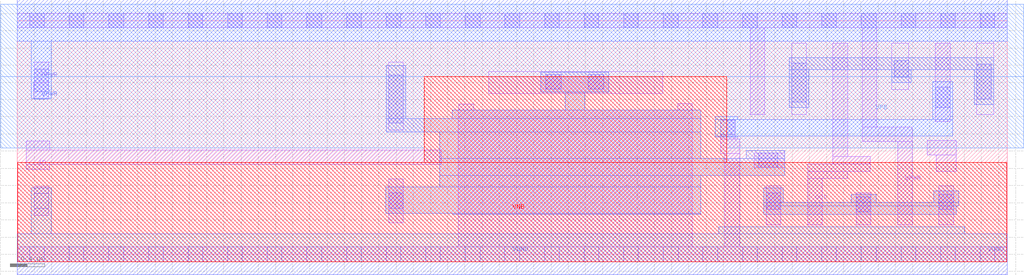
<source format=lef>
VERSION 5.7 ;
  NOWIREEXTENSIONATPIN ON ;
  DIVIDERCHAR "/" ;
  BUSBITCHARS "[]" ;
MACRO sky130_mm_sc_hd_dlyPoly6ns
  CLASS CORE ;
  FOREIGN sky130_mm_sc_hd_dlyPoly6ns ;
  ORIGIN 0.000 0.000 ;
  SIZE 11.500 BY 2.720 ;
  SITE unithd ;
  PIN VPWR
    DIRECTION INOUT ;
    USE POWER ;
    SHAPE ABUTMENT ;
    PORT
      LAYER li1 ;
        RECT 0.000 2.635 11.500 2.805 ;
        RECT 0.195 2.000 0.365 2.235 ;
        RECT 0.190 1.805 0.365 2.000 ;
        RECT 8.515 1.625 8.685 2.635 ;
        RECT 9.815 1.480 9.985 2.635 ;
        RECT 9.815 1.310 10.395 1.480 ;
        RECT 10.225 0.345 10.395 1.310 ;
      LAYER mcon ;
        RECT 0.145 2.635 0.315 2.805 ;
        RECT 0.605 2.635 0.775 2.805 ;
        RECT 1.065 2.635 1.235 2.805 ;
        RECT 1.525 2.635 1.695 2.805 ;
        RECT 1.985 2.635 2.155 2.805 ;
        RECT 2.445 2.635 2.615 2.805 ;
        RECT 2.905 2.635 3.075 2.805 ;
        RECT 3.365 2.635 3.535 2.805 ;
        RECT 3.825 2.635 3.995 2.805 ;
        RECT 4.285 2.635 4.455 2.805 ;
        RECT 4.745 2.635 4.915 2.805 ;
        RECT 5.205 2.635 5.375 2.805 ;
        RECT 5.665 2.635 5.835 2.805 ;
        RECT 6.125 2.635 6.295 2.805 ;
        RECT 6.585 2.635 6.755 2.805 ;
        RECT 7.045 2.635 7.215 2.805 ;
        RECT 7.505 2.635 7.675 2.805 ;
        RECT 7.965 2.635 8.135 2.805 ;
        RECT 8.425 2.635 8.595 2.805 ;
        RECT 8.885 2.635 9.055 2.805 ;
        RECT 9.345 2.635 9.515 2.805 ;
        RECT 9.805 2.635 9.975 2.805 ;
        RECT 10.265 2.635 10.435 2.805 ;
        RECT 10.725 2.635 10.895 2.805 ;
        RECT 11.185 2.635 11.355 2.805 ;
        RECT 0.195 1.895 0.365 2.155 ;
      LAYER met1 ;
        RECT 0.000 2.480 11.500 2.960 ;
        RECT 0.165 1.810 0.395 2.480 ;
        RECT 0.190 1.805 0.365 1.810 ;
    END
  END VPWR
  PIN in
    DIRECTION INPUT ;
    USE SIGNAL ;
    ANTENNAGATEAREA 4.672600 ;
    PORT
      LAYER li1 ;
        RECT 0.105 1.215 0.375 1.320 ;
        RECT 0.105 1.045 4.925 1.215 ;
        RECT 0.105 0.990 0.375 1.045 ;
    END
  END in
  PIN out
    DIRECTION OUTPUT ;
    USE SIGNAL ;
    ANTENNAGATEAREA 0.366000 ;
    ANTENNADIFFAREA 0.361800 ;
    PORT
      LAYER li1 ;
        RECT 9.475 1.140 9.645 2.455 ;
        RECT 10.570 1.155 10.905 1.325 ;
        RECT 9.475 1.050 9.910 1.140 ;
        RECT 9.180 0.965 9.910 1.050 ;
        RECT 10.675 0.965 10.905 1.155 ;
        RECT 9.180 0.880 9.645 0.965 ;
        RECT 9.180 0.345 9.350 0.880 ;
    END
  END out
  PIN VGND
    DIRECTION INOUT ;
    USE GROUND ;
    SHAPE ABUTMENT ;
    PORT
      LAYER li1 ;
        RECT 5.130 1.680 5.300 1.750 ;
        RECT 7.670 1.680 7.840 1.755 ;
        RECT 0.195 0.455 0.365 0.790 ;
        RECT 4.745 0.085 4.915 0.090 ;
        RECT 5.120 0.085 7.840 1.680 ;
        RECT 8.170 1.340 8.340 1.565 ;
        RECT 10.665 1.545 10.835 2.455 ;
        RECT 8.170 1.175 8.390 1.340 ;
        RECT 8.220 0.085 8.390 1.175 ;
        RECT 0.000 -0.085 11.500 0.085 ;
      LAYER mcon ;
        RECT 0.195 0.535 0.365 0.710 ;
        RECT 0.145 -0.085 0.315 0.085 ;
        RECT 0.605 -0.085 0.775 0.085 ;
        RECT 1.065 -0.085 1.235 0.085 ;
        RECT 1.525 -0.085 1.695 0.085 ;
        RECT 1.985 -0.085 2.155 0.085 ;
        RECT 2.445 -0.085 2.615 0.085 ;
        RECT 2.905 -0.085 3.075 0.085 ;
        RECT 3.365 -0.085 3.535 0.085 ;
        RECT 3.825 -0.085 3.995 0.085 ;
        RECT 4.285 -0.085 4.455 0.085 ;
        RECT 4.745 -0.085 4.915 0.090 ;
        RECT 10.665 1.705 10.835 1.945 ;
        RECT 8.170 1.395 8.340 1.565 ;
        RECT 5.205 -0.085 5.375 0.085 ;
        RECT 5.665 -0.085 5.835 0.085 ;
        RECT 6.125 -0.085 6.295 0.085 ;
        RECT 6.585 -0.085 6.755 0.085 ;
        RECT 7.045 -0.085 7.215 0.085 ;
        RECT 7.505 -0.085 7.675 0.085 ;
        RECT 7.965 -0.085 8.135 0.085 ;
        RECT 8.425 -0.085 8.595 0.085 ;
        RECT 8.885 -0.085 9.055 0.085 ;
        RECT 9.345 -0.085 9.515 0.085 ;
        RECT 9.805 -0.085 9.975 0.085 ;
        RECT 10.265 -0.085 10.435 0.085 ;
        RECT 10.725 -0.085 10.895 0.085 ;
        RECT 11.185 -0.085 11.355 0.085 ;
      LAYER met1 ;
        RECT 8.110 1.570 8.370 1.600 ;
        RECT 10.635 1.570 10.865 2.010 ;
        RECT 8.110 1.375 10.865 1.570 ;
        RECT 8.110 1.365 8.370 1.375 ;
        RECT 0.165 0.240 0.395 0.775 ;
        RECT 8.150 0.240 11.005 0.320 ;
        RECT 0.000 -0.240 11.500 0.240 ;
    END
  END VGND
  PIN VPB
    DIRECTION INOUT ;
    USE POWER ;
    PORT
      LAYER nwell ;
        RECT -0.190 2.070 11.690 2.910 ;
        RECT -0.190 1.235 4.730 2.070 ;
        RECT 8.240 1.235 11.690 2.070 ;
    END
  END VPB
  PIN VNB
    DIRECTION INOUT ;
    USE GROUND ;
    PORT
      LAYER pwell ;
        RECT 4.730 1.070 8.240 2.070 ;
        RECT 0.005 -0.085 11.495 1.070 ;
    END
  END VNB
  OBS
      LAYER li1 ;
        RECT 4.315 1.445 4.485 2.235 ;
        RECT 5.475 1.870 7.495 2.125 ;
        RECT 8.995 1.625 9.165 2.455 ;
        RECT 10.155 1.915 10.355 2.455 ;
        RECT 11.145 1.625 11.345 2.455 ;
        RECT 8.560 1.010 8.915 1.180 ;
        RECT 4.315 0.365 4.485 0.875 ;
        RECT 8.700 0.345 8.870 0.795 ;
        RECT 9.745 0.345 9.915 0.715 ;
        RECT 10.705 0.345 10.875 0.795 ;
      LAYER mcon ;
        RECT 4.315 1.525 4.485 2.085 ;
        RECT 6.140 1.920 6.320 2.090 ;
        RECT 6.630 1.920 6.810 2.090 ;
        RECT 8.995 1.770 9.165 2.225 ;
        RECT 10.185 2.060 10.355 2.255 ;
        RECT 11.145 1.805 11.315 2.215 ;
        RECT 8.615 1.010 8.835 1.180 ;
        RECT 4.315 0.535 4.485 0.715 ;
        RECT 8.700 0.525 8.870 0.715 ;
        RECT 9.745 0.495 9.915 0.665 ;
        RECT 10.705 0.525 10.875 0.695 ;
      LAYER met1 ;
        RECT 4.285 1.580 4.515 2.195 ;
        RECT 8.965 2.150 11.345 2.290 ;
        RECT 6.080 1.890 6.870 2.120 ;
        RECT 6.365 1.680 6.590 1.890 ;
        RECT 8.965 1.710 9.195 2.150 ;
        RECT 10.155 2.000 10.385 2.150 ;
        RECT 11.115 1.745 11.345 2.150 ;
        RECT 5.050 1.580 7.940 1.680 ;
        RECT 4.285 1.425 7.940 1.580 ;
        RECT 4.910 1.115 7.940 1.425 ;
        RECT 8.465 1.115 8.915 1.210 ;
        RECT 4.910 0.920 8.915 1.115 ;
        RECT 4.910 0.785 7.940 0.920 ;
        RECT 4.280 0.475 7.940 0.785 ;
        RECT 5.050 0.465 7.940 0.475 ;
        RECT 8.670 0.605 8.900 0.775 ;
        RECT 9.685 0.605 9.975 0.695 ;
        RECT 10.645 0.605 10.935 0.735 ;
        RECT 8.670 0.565 10.935 0.605 ;
        RECT 8.670 0.465 10.905 0.565 ;
  END
END sky130_mm_sc_hd_dlyPoly6ns
END LIBRARY


</source>
